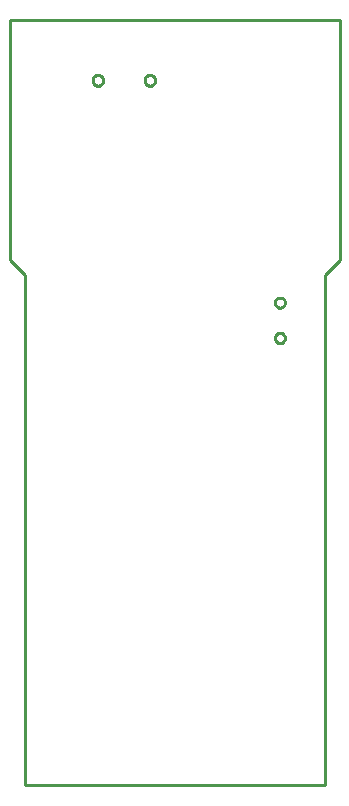
<source format=gbr>
G04 EAGLE Gerber RS-274X export*
G75*
%MOMM*%
%FSLAX34Y34*%
%LPD*%
%IN*%
%IPPOS*%
%AMOC8*
5,1,8,0,0,1.08239X$1,22.5*%
G01*
%ADD10C,0.254000*%


D10*
X-12700Y444500D02*
X0Y431800D01*
X0Y0D01*
X254000Y0D01*
X254000Y431800D01*
X266700Y444500D01*
X266700Y647700D01*
X-12700Y647700D01*
X-12700Y444500D01*
X105525Y592400D02*
X104940Y592477D01*
X104370Y592630D01*
X103825Y592855D01*
X103315Y593150D01*
X102847Y593509D01*
X102429Y593927D01*
X102070Y594395D01*
X101775Y594905D01*
X101550Y595450D01*
X101397Y596020D01*
X101320Y596605D01*
X101320Y597195D01*
X101397Y597780D01*
X101550Y598350D01*
X101775Y598895D01*
X102070Y599405D01*
X102429Y599873D01*
X102847Y600291D01*
X103315Y600650D01*
X103825Y600945D01*
X104370Y601170D01*
X104940Y601323D01*
X105525Y601400D01*
X106115Y601400D01*
X106700Y601323D01*
X107270Y601170D01*
X107815Y600945D01*
X108325Y600650D01*
X108793Y600291D01*
X109211Y599873D01*
X109570Y599405D01*
X109865Y598895D01*
X110090Y598350D01*
X110243Y597780D01*
X110320Y597195D01*
X110320Y596605D01*
X110243Y596020D01*
X110090Y595450D01*
X109865Y594905D01*
X109570Y594395D01*
X109211Y593927D01*
X108793Y593509D01*
X108325Y593150D01*
X107815Y592855D01*
X107270Y592630D01*
X106700Y592477D01*
X106115Y592400D01*
X105525Y592400D01*
X61525Y592400D02*
X60940Y592477D01*
X60370Y592630D01*
X59825Y592855D01*
X59315Y593150D01*
X58847Y593509D01*
X58429Y593927D01*
X58070Y594395D01*
X57775Y594905D01*
X57550Y595450D01*
X57397Y596020D01*
X57320Y596605D01*
X57320Y597195D01*
X57397Y597780D01*
X57550Y598350D01*
X57775Y598895D01*
X58070Y599405D01*
X58429Y599873D01*
X58847Y600291D01*
X59315Y600650D01*
X59825Y600945D01*
X60370Y601170D01*
X60940Y601323D01*
X61525Y601400D01*
X62115Y601400D01*
X62700Y601323D01*
X63270Y601170D01*
X63815Y600945D01*
X64325Y600650D01*
X64793Y600291D01*
X65211Y599873D01*
X65570Y599405D01*
X65865Y598895D01*
X66090Y598350D01*
X66243Y597780D01*
X66320Y597195D01*
X66320Y596605D01*
X66243Y596020D01*
X66090Y595450D01*
X65865Y594905D01*
X65570Y594395D01*
X65211Y593927D01*
X64793Y593509D01*
X64325Y593150D01*
X63815Y592855D01*
X63270Y592630D01*
X62700Y592477D01*
X62115Y592400D01*
X61525Y592400D01*
X216179Y412950D02*
X216731Y412877D01*
X217269Y412733D01*
X217784Y412520D01*
X218266Y412241D01*
X218708Y411902D01*
X219102Y411508D01*
X219441Y411066D01*
X219720Y410584D01*
X219933Y410069D01*
X220077Y409531D01*
X220150Y408979D01*
X220150Y408421D01*
X220077Y407869D01*
X219933Y407331D01*
X219720Y406816D01*
X219441Y406334D01*
X219102Y405892D01*
X218708Y405498D01*
X218266Y405159D01*
X217784Y404880D01*
X217269Y404667D01*
X216731Y404523D01*
X216179Y404450D01*
X215621Y404450D01*
X215069Y404523D01*
X214531Y404667D01*
X214016Y404880D01*
X213534Y405159D01*
X213092Y405498D01*
X212698Y405892D01*
X212359Y406334D01*
X212080Y406816D01*
X211867Y407331D01*
X211723Y407869D01*
X211650Y408421D01*
X211650Y408979D01*
X211723Y409531D01*
X211867Y410069D01*
X212080Y410584D01*
X212359Y411066D01*
X212698Y411508D01*
X213092Y411902D01*
X213534Y412241D01*
X214016Y412520D01*
X214531Y412733D01*
X215069Y412877D01*
X215621Y412950D01*
X216179Y412950D01*
X216179Y382950D02*
X216731Y382877D01*
X217269Y382733D01*
X217784Y382520D01*
X218266Y382241D01*
X218708Y381902D01*
X219102Y381508D01*
X219441Y381066D01*
X219720Y380584D01*
X219933Y380069D01*
X220077Y379531D01*
X220150Y378979D01*
X220150Y378421D01*
X220077Y377869D01*
X219933Y377331D01*
X219720Y376816D01*
X219441Y376334D01*
X219102Y375892D01*
X218708Y375498D01*
X218266Y375159D01*
X217784Y374880D01*
X217269Y374667D01*
X216731Y374523D01*
X216179Y374450D01*
X215621Y374450D01*
X215069Y374523D01*
X214531Y374667D01*
X214016Y374880D01*
X213534Y375159D01*
X213092Y375498D01*
X212698Y375892D01*
X212359Y376334D01*
X212080Y376816D01*
X211867Y377331D01*
X211723Y377869D01*
X211650Y378421D01*
X211650Y378979D01*
X211723Y379531D01*
X211867Y380069D01*
X212080Y380584D01*
X212359Y381066D01*
X212698Y381508D01*
X213092Y381902D01*
X213534Y382241D01*
X214016Y382520D01*
X214531Y382733D01*
X215069Y382877D01*
X215621Y382950D01*
X216179Y382950D01*
M02*

</source>
